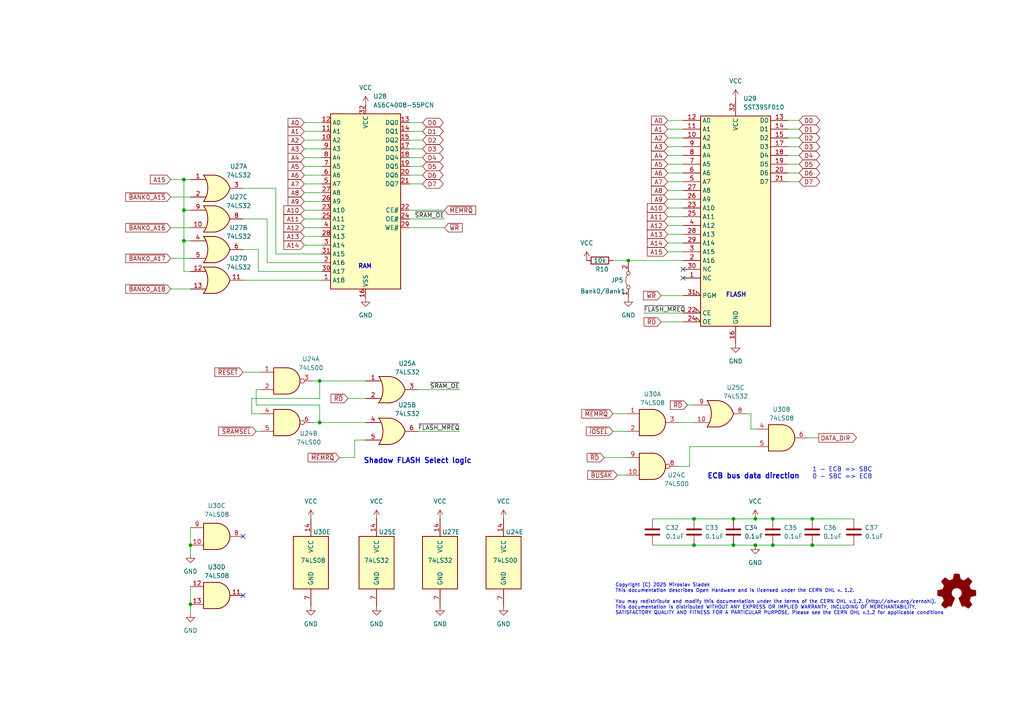
<source format=kicad_sch>
(kicad_sch (version 20230121) (generator eeschema)
  (paper "A4")
  (title_block (title "ECB 8080 SBC") (date "2025-03-17") (rev "A"))
  (lib_symbols
    (symbol "74xx:74LS00" (pin_names (offset 1.016))
      (property "Reference" "U" (at 0 1.27 0))
      (property "Value" "74LS00" (at 0 -1.27 0))
      (symbol "74LS00_1_1"
        (pin input line (at -7.62 2.54 0) (length 3.81) (name "~") (number "1"))
        (pin input line (at -7.62 -2.54 0) (length 3.81) (name "~") (number "2"))
        (pin output inverted (at 7.62 0 180) (length 3.81) (name "~") (number "3"))
      )
      (symbol "74LS00_1_2"
        (pin input inverted (at -7.62 2.54 0) (length 4.318) (name "~") (number "1"))
        (pin input inverted (at -7.62 -2.54 0) (length 4.318) (name "~") (number "2"))
        (pin output line (at 7.62 0 180) (length 3.81) (name "~") (number "3"))
      )
      (symbol "74LS00_2_1"
        (pin input line (at -7.62 2.54 0) (length 3.81) (name "~") (number "4"))
        (pin input line (at -7.62 -2.54 0) (length 3.81) (name "~") (number "5"))
        (pin output inverted (at 7.62 0 180) (length 3.81) (name "~") (number "6"))
      )
      (symbol "74LS00_2_2"
        (pin input inverted (at -7.62 2.54 0) (length 4.318) (name "~") (number "4"))
        (pin input inverted (at -7.62 -2.54 0) (length 4.318) (name "~") (number "5"))
        (pin output line (at 7.62 0 180) (length 3.81) (name "~") (number "6"))
      )
      (symbol "74LS00_3_1"
        (pin input line (at -7.62 -2.54 0) (length 3.81) (name "~") (number "10"))
        (pin output inverted (at 7.62 0 180) (length 3.81) (name "~") (number "8"))
        (pin input line (at -7.62 2.54 0) (length 3.81) (name "~") (number "9"))
      )
      (symbol "74LS00_3_2"
        (pin input inverted (at -7.62 -2.54 0) (length 4.318) (name "~") (number "10"))
        (pin output line (at 7.62 0 180) (length 3.81) (name "~") (number "8"))
        (pin input inverted (at -7.62 2.54 0) (length 4.318) (name "~") (number "9"))
      )
      (symbol "74LS00_4_1"
        (pin output inverted (at 7.62 0 180) (length 3.81) (name "~") (number "11"))
        (pin input line (at -7.62 2.54 0) (length 3.81) (name "~") (number "12"))
        (pin input line (at -7.62 -2.54 0) (length 3.81) (name "~") (number "13"))
      )
      (symbol "74LS00_4_2"
        (pin output line (at 7.62 0 180) (length 3.81) (name "~") (number "11"))
        (pin input inverted (at -7.62 2.54 0) (length 4.318) (name "~") (number "12"))
        (pin input inverted (at -7.62 -2.54 0) (length 4.318) (name "~") (number "13"))
      )
      (symbol "74LS00_5_0"
        (pin power_in line (at 0 12.7 270) (length 5.08) (name "VCC") (number "14"))
        (pin power_in line (at 0 -12.7 90) (length 5.08) (name "GND") (number "7"))
      )
    )
    (symbol "74xx:74LS08" (pin_names (offset 1.016))
      (property "Reference" "U" (at 0 1.27 0))
      (property "Value" "74LS08" (at 0 -1.27 0))
      (symbol "74LS08_1_1"
        (pin input line (at -7.62 2.54 0) (length 3.81) (name "~") (number "1"))
        (pin input line (at -7.62 -2.54 0) (length 3.81) (name "~") (number "2"))
        (pin output line (at 7.62 0 180) (length 3.81) (name "~") (number "3"))
      )
      (symbol "74LS08_1_2"
        (pin input inverted (at -7.62 2.54 0) (length 4.318) (name "~") (number "1"))
        (pin input inverted (at -7.62 -2.54 0) (length 4.318) (name "~") (number "2"))
        (pin output inverted (at 7.62 0 180) (length 3.81) (name "~") (number "3"))
      )
      (symbol "74LS08_2_1"
        (pin input line (at -7.62 2.54 0) (length 3.81) (name "~") (number "4"))
        (pin input line (at -7.62 -2.54 0) (length 3.81) (name "~") (number "5"))
        (pin output line (at 7.62 0 180) (length 3.81) (name "~") (number "6"))
      )
      (symbol "74LS08_2_2"
        (pin input inverted (at -7.62 2.54 0) (length 4.318) (name "~") (number "4"))
        (pin input inverted (at -7.62 -2.54 0) (length 4.318) (name "~") (number "5"))
        (pin output inverted (at 7.62 0 180) (length 3.81) (name "~") (number "6"))
      )
      (symbol "74LS08_3_1"
        (pin input line (at -7.62 -2.54 0) (length 3.81) (name "~") (number "10"))
        (pin output line (at 7.62 0 180) (length 3.81) (name "~") (number "8"))
        (pin input line (at -7.62 2.54 0) (length 3.81) (name "~") (number "9"))
      )
      (symbol "74LS08_3_2"
        (pin input inverted (at -7.62 -2.54 0) (length 4.318) (name "~") (number "10"))
        (pin output inverted (at 7.62 0 180) (length 3.81) (name "~") (number "8"))
        (pin input inverted (at -7.62 2.54 0) (length 4.318) (name "~") (number "9"))
      )
      (symbol "74LS08_4_1"
        (pin output line (at 7.62 0 180) (length 3.81) (name "~") (number "11"))
        (pin input line (at -7.62 2.54 0) (length 3.81) (name "~") (number "12"))
        (pin input line (at -7.62 -2.54 0) (length 3.81) (name "~") (number "13"))
      )
      (symbol "74LS08_4_2"
        (pin output inverted (at 7.62 0 180) (length 3.81) (name "~") (number "11"))
        (pin input inverted (at -7.62 2.54 0) (length 4.318) (name "~") (number "12"))
        (pin input inverted (at -7.62 -2.54 0) (length 4.318) (name "~") (number "13"))
      )
      (symbol "74LS08_5_0"
        (pin power_in line (at 0 12.7 270) (length 5.08) (name "VCC") (number "14"))
        (pin power_in line (at 0 -12.7 90) (length 5.08) (name "GND") (number "7"))
      )
    )
    (symbol "74xx:74LS32" (pin_names (offset 1.016))
      (property "Reference" "U" (at 0 1.27 0))
      (property "Value" "74LS32" (at 0 -1.27 0))
      (symbol "74LS32_1_1"
        (pin input line (at -7.62 2.54 0) (length 4.318) (name "~") (number "1"))
        (pin input line (at -7.62 -2.54 0) (length 4.318) (name "~") (number "2"))
        (pin output line (at 7.62 0 180) (length 3.81) (name "~") (number "3"))
      )
      (symbol "74LS32_1_2"
        (pin input inverted (at -7.62 2.54 0) (length 3.81) (name "~") (number "1"))
        (pin input inverted (at -7.62 -2.54 0) (length 3.81) (name "~") (number "2"))
        (pin output inverted (at 7.62 0 180) (length 3.81) (name "~") (number "3"))
      )
      (symbol "74LS32_2_1"
        (pin input line (at -7.62 2.54 0) (length 4.318) (name "~") (number "4"))
        (pin input line (at -7.62 -2.54 0) (length 4.318) (name "~") (number "5"))
        (pin output line (at 7.62 0 180) (length 3.81) (name "~") (number "6"))
      )
      (symbol "74LS32_2_2"
        (pin input inverted (at -7.62 2.54 0) (length 3.81) (name "~") (number "4"))
        (pin input inverted (at -7.62 -2.54 0) (length 3.81) (name "~") (number "5"))
        (pin output inverted (at 7.62 0 180) (length 3.81) (name "~") (number "6"))
      )
      (symbol "74LS32_3_1"
        (pin input line (at -7.62 -2.54 0) (length 4.318) (name "~") (number "10"))
        (pin output line (at 7.62 0 180) (length 3.81) (name "~") (number "8"))
        (pin input line (at -7.62 2.54 0) (length 4.318) (name "~") (number "9"))
      )
      (symbol "74LS32_3_2"
        (pin input inverted (at -7.62 -2.54 0) (length 3.81) (name "~") (number "10"))
        (pin output inverted (at 7.62 0 180) (length 3.81) (name "~") (number "8"))
        (pin input inverted (at -7.62 2.54 0) (length 3.81) (name "~") (number "9"))
      )
      (symbol "74LS32_4_1"
        (pin output line (at 7.62 0 180) (length 3.81) (name "~") (number "11"))
        (pin input line (at -7.62 2.54 0) (length 4.318) (name "~") (number "12"))
        (pin input line (at -7.62 -2.54 0) (length 4.318) (name "~") (number "13"))
      )
      (symbol "74LS32_4_2"
        (pin output inverted (at 7.62 0 180) (length 3.81) (name "~") (number "11"))
        (pin input inverted (at -7.62 2.54 0) (length 3.81) (name "~") (number "12"))
        (pin input inverted (at -7.62 -2.54 0) (length 3.81) (name "~") (number "13"))
      )
      (symbol "74LS32_5_0"
        (pin power_in line (at 0 12.7 270) (length 5.08) (name "VCC") (number "14"))
        (pin power_in line (at 0 -12.7 90) (length 5.08) (name "GND") (number "7"))
      )
    )
    (symbol "Device:C" (pin_numbers hide) (pin_names (offset 0.254))
      (property "Reference" "C" (at 0.635 2.54 0))
      (property "Value" "C" (at 0.635 -2.54 0))
      (symbol "C_1_1"
        (pin passive line (at 0 3.81 270) (length 2.794) (name "~") (number "1"))
        (pin passive line (at 0 -3.81 90) (length 2.794) (name "~") (number "2"))
      )
    )
    (symbol "Device:R" (pin_numbers hide) (pin_names (offset 0))
      (property "Reference" "R" (at 2.032 0 90))
      (property "Value" "R" (at 0 0 90))
      (symbol "R_1_1"
        (pin passive line (at 0 3.81 270) (length 1.27) (name "~") (number "1"))
        (pin passive line (at 0 -3.81 90) (length 1.27) (name "~") (number "2"))
      )
    )
    (symbol "Graphic:Logo_Open_Hardware_Small" (in_bom no) (on_board no))
    (symbol "Jumper:Jumper_2_Bridged" (pin_names (offset 0) hide)
      (property "Reference" "JP" (at 0 1.905 0))
      (property "Value" "Jumper_2_Bridged" (at 0 -2.54 0))
      (symbol "Jumper_2_Bridged_1_1"
        (pin passive line (at -5.08 0 0) (length 2.54) (name "A") (number "1"))
        (pin passive line (at 5.08 0 180) (length 2.54) (name "B") (number "2"))
      )
    )
    (symbol "Memory_Flash:SST39SF010"
      (property "Reference" "U" (at 2.54 33.02 0))
      (property "Value" "SST39SF010" (at 0 -30.48 0))
      (symbol "SST39SF010_0_0"
        (pin power_in line (at 0 -34.29 90) (length 5.08) (name "GND") (number "16"))
        (pin power_in line (at 0 36.83 270) (length 5.08) (name "VCC") (number "32"))
      )
      (symbol "SST39SF010_1_1"
        (pin input line (at -15.24 -15.24 0) (length 5.08) (name "NC") (number "1"))
        (pin input line (at -15.24 25.4 0) (length 5.08) (name "A2") (number "10"))
        (pin input line (at -15.24 27.94 0) (length 5.08) (name "A1") (number "11"))
        (pin input line (at -15.24 30.48 0) (length 5.08) (name "A0") (number "12"))
        (pin tri_state line (at 15.24 30.48 180) (length 5.08) (name "D0") (number "13"))
        (pin tri_state line (at 15.24 27.94 180) (length 5.08) (name "D1") (number "14"))
        (pin tri_state line (at 15.24 25.4 180) (length 5.08) (name "D2") (number "15"))
        (pin tri_state line (at 15.24 22.86 180) (length 5.08) (name "D3") (number "17"))
        (pin tri_state line (at 15.24 20.32 180) (length 5.08) (name "D4") (number "18"))
        (pin tri_state line (at 15.24 17.78 180) (length 5.08) (name "D5") (number "19"))
        (pin input line (at -15.24 -10.16 0) (length 5.08) (name "A16") (number "2"))
        (pin tri_state line (at 15.24 15.24 180) (length 5.08) (name "D6") (number "20"))
        (pin tri_state line (at 15.24 12.7 180) (length 5.08) (name "D7") (number "21"))
        (pin input input_low (at -15.24 -25.4 0) (length 5.08) (name "CE") (number "22"))
        (pin input line (at -15.24 5.08 0) (length 5.08) (name "A10") (number "23"))
        (pin input input_low (at -15.24 -27.94 0) (length 5.08) (name "OE") (number "24"))
        (pin input line (at -15.24 2.54 0) (length 5.08) (name "A11") (number "25"))
        (pin input line (at -15.24 7.62 0) (length 5.08) (name "A9") (number "26"))
        (pin input line (at -15.24 10.16 0) (length 5.08) (name "A8") (number "27"))
        (pin input line (at -15.24 -2.54 0) (length 5.08) (name "A13") (number "28"))
        (pin input line (at -15.24 -5.08 0) (length 5.08) (name "A14") (number "29"))
        (pin input line (at -15.24 -7.62 0) (length 5.08) (name "A15") (number "3"))
        (pin input line (at -15.24 -12.7 0) (length 5.08) (name "NC") (number "30"))
        (pin input input_low (at -15.24 -20.32 0) (length 5.08) (name "PGM") (number "31"))
        (pin input line (at -15.24 0 0) (length 5.08) (name "A12") (number "4"))
        (pin input line (at -15.24 12.7 0) (length 5.08) (name "A7") (number "5"))
        (pin input line (at -15.24 15.24 0) (length 5.08) (name "A6") (number "6"))
        (pin input line (at -15.24 17.78 0) (length 5.08) (name "A5") (number "7"))
        (pin input line (at -15.24 20.32 0) (length 5.08) (name "A4") (number "8"))
        (pin input line (at -15.24 22.86 0) (length 5.08) (name "A3") (number "9"))
      )
    )
    (symbol "Memory_RAM:AS6C4008-55PCN"
      (property "Reference" "U" (at -10.16 26.035 0))
      (property "Value" "AS6C4008-55PCN" (at 2.54 26.035 0))
      (symbol "AS6C4008-55PCN_0_0"
        (pin power_in line (at 0 -27.94 90) (length 2.54) (name "VSS") (number "16"))
        (pin power_in line (at 0 27.94 270) (length 2.54) (name "VCC") (number "32"))
      )
      (symbol "AS6C4008-55PCN_1_1"
        (pin input line (at -12.7 -22.86 0) (length 2.54) (name "A18") (number "1"))
        (pin input line (at -12.7 17.78 0) (length 2.54) (name "A2") (number "10"))
        (pin input line (at -12.7 20.32 0) (length 2.54) (name "A1") (number "11"))
        (pin input line (at -12.7 22.86 0) (length 2.54) (name "A0") (number "12"))
        (pin tri_state line (at 12.7 22.86 180) (length 2.54) (name "DQ0") (number "13"))
        (pin tri_state line (at 12.7 20.32 180) (length 2.54) (name "DQ1") (number "14"))
        (pin tri_state line (at 12.7 17.78 180) (length 2.54) (name "DQ2") (number "15"))
        (pin tri_state line (at 12.7 15.24 180) (length 2.54) (name "DQ3") (number "17"))
        (pin tri_state line (at 12.7 12.7 180) (length 2.54) (name "DQ4") (number "18"))
        (pin tri_state line (at 12.7 10.16 180) (length 2.54) (name "DQ5") (number "19"))
        (pin input line (at -12.7 -17.78 0) (length 2.54) (name "A16") (number "2"))
        (pin tri_state line (at 12.7 7.62 180) (length 2.54) (name "DQ6") (number "20"))
        (pin tri_state line (at 12.7 5.08 180) (length 2.54) (name "DQ7") (number "21"))
        (pin input line (at 12.7 -2.54 180) (length 2.54) (name "CE#") (number "22"))
        (pin input line (at -12.7 -2.54 0) (length 2.54) (name "A10") (number "23"))
        (pin input line (at 12.7 -5.08 180) (length 2.54) (name "OE#") (number "24"))
        (pin input line (at -12.7 -5.08 0) (length 2.54) (name "A11") (number "25"))
        (pin input line (at -12.7 0 0) (length 2.54) (name "A9") (number "26"))
        (pin input line (at -12.7 2.54 0) (length 2.54) (name "A8") (number "27"))
        (pin input line (at -12.7 -10.16 0) (length 2.54) (name "A13") (number "28"))
        (pin input line (at 12.7 -7.62 180) (length 2.54) (name "WE#") (number "29"))
        (pin input line (at -12.7 -12.7 0) (length 2.54) (name "A14") (number "3"))
        (pin input line (at -12.7 -20.32 0) (length 2.54) (name "A17") (number "30"))
        (pin input line (at -12.7 -15.24 0) (length 2.54) (name "A15") (number "31"))
        (pin input line (at -12.7 -7.62 0) (length 2.54) (name "A12") (number "4"))
        (pin input line (at -12.7 5.08 0) (length 2.54) (name "A7") (number "5"))
        (pin input line (at -12.7 7.62 0) (length 2.54) (name "A6") (number "6"))
        (pin input line (at -12.7 10.16 0) (length 2.54) (name "A5") (number "7"))
        (pin input line (at -12.7 12.7 0) (length 2.54) (name "A4") (number "8"))
        (pin input line (at -12.7 15.24 0) (length 2.54) (name "A3") (number "9"))
      )
    )
    (symbol "power:GND" (power) (pin_names (offset 0))
      (property "Value" "GND" (at 0 -3.81 0))
      (symbol "GND_1_1"
        (pin power_in line (at 0 0 270) (length 0) hide (name "GND") (number "1"))
      )
    )
    (symbol "power:VCC" (power) (pin_names (offset 0))
      (property "Value" "VCC" (at 0 3.81 0))
      (symbol "VCC_1_1"
        (pin power_in line (at 0 0 90) (length 0) hide (name "VCC") (number "1"))
      )
    )
  )
  (junction (at 235.585 158.115))
  (junction (at 201.295 158.115))
  (junction (at 53.34 52.07))
  (junction (at 92.71 110.49))
  (junction (at 92.71 122.555))
  (junction (at 224.155 158.115))
  (junction (at 219.075 150.495))
  (junction (at 212.725 158.115))
  (junction (at 55.245 175.26))
  (junction (at 235.585 150.495))
  (junction (at 182.245 75.565))
  (junction (at 53.34 69.85))
  (junction (at 55.245 158.115))
  (junction (at 53.34 60.96))
  (junction (at 219.075 158.115))
  (junction (at 201.295 150.495))
  (junction (at 212.725 150.495))
  (junction (at 224.155 150.495))
  (no_connect (at 198.12 78.105))
  (no_connect (at 198.12 80.645))
  (no_connect (at 70.485 172.72))
  (no_connect (at 70.485 155.575))
  (wire (pts (xy 228.6 34.925) (xy 231.775 34.925)))
  (wire (pts (xy 49.53 57.15) (xy 55.245 57.15)))
  (wire (pts (xy 88.265 60.96) (xy 93.345 60.96)))
  (wire (pts (xy 77.47 76.2) (xy 93.345 76.2)))
  (wire (pts (xy 193.675 50.165) (xy 198.12 50.165)))
  (wire (pts (xy 182.245 75.565) (xy 198.12 75.565)))
  (wire (pts (xy 193.675 52.705) (xy 198.12 52.705)))
  (wire (pts (xy 75.565 113.03) (xy 74.295 113.03)))
  (wire (pts (xy 88.265 63.5) (xy 93.345 63.5)))
  (wire (pts (xy 70.485 54.61) (xy 80.01 54.61)))
  (wire (pts (xy 90.805 110.49) (xy 92.71 110.49)))
  (wire (pts (xy 193.675 34.925) (xy 198.12 34.925)))
  (wire (pts (xy 118.745 50.8) (xy 122.555 50.8)))
  (wire (pts (xy 200.025 135.255) (xy 200.025 129.54)))
  (wire (pts (xy 193.675 55.245) (xy 198.12 55.245)))
  (wire (pts (xy 201.295 150.495) (xy 212.725 150.495)))
  (wire (pts (xy 228.6 50.165) (xy 231.775 50.165)))
  (wire (pts (xy 217.805 124.46) (xy 219.075 124.46)))
  (wire (pts (xy 219.075 150.495) (xy 224.155 150.495)))
  (wire (pts (xy 175.26 132.715) (xy 181.61 132.715)))
  (wire (pts (xy 228.6 52.705) (xy 231.775 52.705)))
  (wire (pts (xy 53.34 60.96) (xy 53.34 69.85)))
  (wire (pts (xy 118.745 40.64) (xy 122.555 40.64)))
  (wire (pts (xy 193.675 62.865) (xy 198.12 62.865)))
  (wire (pts (xy 88.265 53.34) (xy 93.345 53.34)))
  (wire (pts (xy 80.01 54.61) (xy 80.01 73.66)))
  (wire (pts (xy 102.87 132.715) (xy 98.425 132.715)))
  (wire (pts (xy 92.71 115.57) (xy 73.025 115.57)))
  (wire (pts (xy 193.675 45.085) (xy 198.12 45.085)))
  (wire (pts (xy 199.39 117.475) (xy 201.295 117.475)))
  (wire (pts (xy 70.485 81.28) (xy 93.345 81.28)))
  (wire (pts (xy 193.675 67.945) (xy 198.12 67.945)))
  (wire (pts (xy 193.675 37.465) (xy 198.12 37.465)))
  (wire (pts (xy 121.285 125.095) (xy 133.35 125.095)))
  (wire (pts (xy 189.23 158.115) (xy 201.295 158.115)))
  (wire (pts (xy 219.075 158.115) (xy 224.155 158.115)))
  (wire (pts (xy 88.265 58.42) (xy 93.345 58.42)))
  (wire (pts (xy 193.675 47.625) (xy 198.12 47.625)))
  (wire (pts (xy 193.675 60.325) (xy 198.12 60.325)))
  (wire (pts (xy 228.6 42.545) (xy 231.775 42.545)))
  (wire (pts (xy 228.6 45.085) (xy 231.775 45.085)))
  (wire (pts (xy 118.745 66.04) (xy 128.905 66.04)))
  (wire (pts (xy 53.34 78.74) (xy 55.245 78.74)))
  (wire (pts (xy 92.71 110.49) (xy 92.71 115.57)))
  (wire (pts (xy 92.71 122.555) (xy 106.045 122.555)))
  (wire (pts (xy 92.71 117.475) (xy 92.71 122.555)))
  (wire (pts (xy 118.745 38.1) (xy 122.555 38.1)))
  (wire (pts (xy 70.485 72.39) (xy 74.93 72.39)))
  (wire (pts (xy 237.49 127) (xy 234.315 127)))
  (wire (pts (xy 55.245 170.18) (xy 55.245 175.26)))
  (wire (pts (xy 177.8 125.095) (xy 181.61 125.095)))
  (wire (pts (xy 70.485 107.95) (xy 75.565 107.95)))
  (wire (pts (xy 49.53 66.04) (xy 55.245 66.04)))
  (wire (pts (xy 74.295 113.03) (xy 74.295 117.475)))
  (wire (pts (xy 49.53 74.93) (xy 55.245 74.93)))
  (wire (pts (xy 49.53 52.07) (xy 53.34 52.07)))
  (wire (pts (xy 53.34 52.07) (xy 53.34 60.96)))
  (wire (pts (xy 53.34 69.85) (xy 53.34 78.74)))
  (wire (pts (xy 193.675 42.545) (xy 198.12 42.545)))
  (wire (pts (xy 118.745 60.96) (xy 128.905 60.96)))
  (wire (pts (xy 235.585 158.115) (xy 247.65 158.115)))
  (wire (pts (xy 74.295 117.475) (xy 92.71 117.475)))
  (wire (pts (xy 193.675 73.025) (xy 198.12 73.025)))
  (wire (pts (xy 193.675 40.005) (xy 198.12 40.005)))
  (wire (pts (xy 179.07 137.795) (xy 181.61 137.795)))
  (wire (pts (xy 80.01 73.66) (xy 93.345 73.66)))
  (wire (pts (xy 88.265 55.88) (xy 93.345 55.88)))
  (wire (pts (xy 70.485 63.5) (xy 77.47 63.5)))
  (wire (pts (xy 118.745 43.18) (xy 122.555 43.18)))
  (wire (pts (xy 189.23 150.495) (xy 201.295 150.495)))
  (wire (pts (xy 228.6 37.465) (xy 231.775 37.465)))
  (wire (pts (xy 217.805 120.015) (xy 217.805 124.46)))
  (wire (pts (xy 102.87 132.715) (xy 102.87 127.635)))
  (wire (pts (xy 200.025 129.54) (xy 219.075 129.54)))
  (wire (pts (xy 201.295 122.555) (xy 196.85 122.555)))
  (wire (pts (xy 118.745 53.34) (xy 122.555 53.34)))
  (wire (pts (xy 88.265 66.04) (xy 93.345 66.04)))
  (wire (pts (xy 177.8 75.565) (xy 182.245 75.565)))
  (wire (pts (xy 186.69 90.805) (xy 198.12 90.805)))
  (wire (pts (xy 53.34 60.96) (xy 55.245 60.96)))
  (wire (pts (xy 118.745 35.56) (xy 122.555 35.56)))
  (wire (pts (xy 182.245 75.565) (xy 182.245 76.2)))
  (wire (pts (xy 191.77 85.725) (xy 198.12 85.725)))
  (wire (pts (xy 88.265 40.64) (xy 93.345 40.64)))
  (wire (pts (xy 193.675 70.485) (xy 198.12 70.485)))
  (wire (pts (xy 191.77 93.345) (xy 198.12 93.345)))
  (wire (pts (xy 88.265 50.8) (xy 93.345 50.8)))
  (wire (pts (xy 74.93 78.74) (xy 93.345 78.74)))
  (wire (pts (xy 228.6 47.625) (xy 231.775 47.625)))
  (wire (pts (xy 77.47 63.5) (xy 77.47 76.2)))
  (wire (pts (xy 228.6 40.005) (xy 231.775 40.005)))
  (wire (pts (xy 201.295 158.115) (xy 212.725 158.115)))
  (wire (pts (xy 53.34 69.85) (xy 55.245 69.85)))
  (wire (pts (xy 193.675 57.785) (xy 198.12 57.785)))
  (wire (pts (xy 212.725 150.495) (xy 219.075 150.495)))
  (wire (pts (xy 55.245 153.035) (xy 55.245 158.115)))
  (wire (pts (xy 73.025 115.57) (xy 73.025 120.015)))
  (wire (pts (xy 118.745 48.26) (xy 122.555 48.26)))
  (wire (pts (xy 55.245 175.26) (xy 55.245 177.8)))
  (wire (pts (xy 49.53 83.82) (xy 55.245 83.82)))
  (wire (pts (xy 118.745 45.72) (xy 122.555 45.72)))
  (wire (pts (xy 88.265 45.72) (xy 93.345 45.72)))
  (wire (pts (xy 118.745 63.5) (xy 128.905 63.5)))
  (wire (pts (xy 102.87 127.635) (xy 106.045 127.635)))
  (wire (pts (xy 53.34 52.07) (xy 55.245 52.07)))
  (wire (pts (xy 73.025 120.015) (xy 75.565 120.015)))
  (wire (pts (xy 100.965 115.57) (xy 106.045 115.57)))
  (wire (pts (xy 88.265 35.56) (xy 93.345 35.56)))
  (wire (pts (xy 88.265 38.1) (xy 93.345 38.1)))
  (wire (pts (xy 235.585 150.495) (xy 247.65 150.495)))
  (wire (pts (xy 92.71 110.49) (xy 106.045 110.49)))
  (wire (pts (xy 92.71 122.555) (xy 90.805 122.555)))
  (wire (pts (xy 177.8 120.015) (xy 181.61 120.015)))
  (wire (pts (xy 55.245 158.115) (xy 55.245 160.655)))
  (wire (pts (xy 196.85 135.255) (xy 200.025 135.255)))
  (wire (pts (xy 216.535 120.015) (xy 217.805 120.015)))
  (wire (pts (xy 88.265 48.26) (xy 93.345 48.26)))
  (wire (pts (xy 74.93 72.39) (xy 74.93 78.74)))
  (wire (pts (xy 193.675 65.405) (xy 198.12 65.405)))
  (wire (pts (xy 88.265 71.12) (xy 93.345 71.12)))
  (wire (pts (xy 88.265 43.18) (xy 93.345 43.18)))
  (wire (pts (xy 212.725 158.115) (xy 219.075 158.115)))
  (wire (pts (xy 224.155 150.495) (xy 235.585 150.495)))
  (wire (pts (xy 74.295 125.095) (xy 75.565 125.095)))
  (wire (pts (xy 224.155 158.115) (xy 235.585 158.115)))
  (wire (pts (xy 88.265 68.58) (xy 93.345 68.58)))
  (wire (pts (xy 121.285 113.03) (xy 133.35 113.03)))
  (text "FLASH" (at 216.535 86.36 0) (effects (font (size 1.27 1.27) (thickness 0.254) bold) (justify right bottom)))
  (text "ECB bus data direction" (at 205.105 139.065 0) (effects (font (size 1.5 1.5) (thickness 0.3) bold) (justify left bottom)))
  (text "Shadow FLASH Select logic" (at 105.41 134.62 0) (effects (font (size 1.5 1.5) (thickness 0.3) bold) (justify left bottom)))
  (text "1 - ECB => SBC\n0 - SBC => ECB" (at 235.585 139.065 0) (effects (font (size 1.27 1.27)) (justify left bottom)))
  (text "RAM" (at 107.95 78.105 0) (effects (font (size 1.27 1.27) (thickness 0.254) bold) (justify right bottom)))
  (text "Copyright (C) 2025 Miroslav Sladek\nThis documentation describes Open Hardware and is licensed under the CERN OHL v. 1.2.\n\nYou may redistribute and modify this documentation under the terms of the CERN OHL v.1.2. (http://ohwr.org/cernohl).\nThis documentation is distributed WITHOUT ANY EXPRESS OR IMPLIED WARRANTY, INCLUDING OF MERCHANTABILITY,\nSATISFACTORY QUALITY AND FITNESS FOR A PARTICULAR PURPOSE. Please see the CERN OHL v.1.2 for applicable conditions" (at 178.435 178.435 0) (effects (font (size 1 1)) (justify left bottom)))
  (label "~{FLASH_MREQ}" (at 186.69 90.805 0))
  (label "~{SRAM_OE}" (at 128.905 63.5 180))
  (label "~{SRAM_OE}" (at 133.35 113.03 180))
  (label "~{FLASH_MREQ}" (at 133.35 125.095 180))
  (global_label "A9" (shape input) (at 88.265 58.42 180) (property "Intersheetrefs" "${INTERSHEET_REFS}" (effects hide)))
  (global_label "A9" (shape input) (at 193.675 57.785 180) (property "Intersheetrefs" "${INTERSHEET_REFS}" (effects hide)))
  (global_label "~{SRAMSEL}" (shape input) (at 74.295 125.095 180) (property "Intersheetrefs" "${INTERSHEET_REFS}" (effects hide)))
  (global_label "A14" (shape input) (at 193.675 70.485 180) (property "Intersheetrefs" "${INTERSHEET_REFS}" (effects hide)))
  (global_label "A2" (shape input) (at 193.675 40.005 180) (property "Intersheetrefs" "${INTERSHEET_REFS}" (effects hide)))
  (global_label "~{WR}" (shape input) (at 128.905 66.04 0) (property "Intersheetrefs" "${INTERSHEET_REFS}" (effects hide)))
  (global_label "~{BANK0_A18}" (shape input) (at 49.53 83.82 180) (property "Intersheetrefs" "${INTERSHEET_REFS}" (effects hide)))
  (global_label "A10" (shape input) (at 193.675 60.325 180) (property "Intersheetrefs" "${INTERSHEET_REFS}" (effects hide)))
  (global_label "A3" (shape input) (at 88.265 43.18 180) (property "Intersheetrefs" "${INTERSHEET_REFS}" (effects hide)))
  (global_label "A7" (shape input) (at 88.265 53.34 180) (property "Intersheetrefs" "${INTERSHEET_REFS}" (effects hide)))
  (global_label "~{RD}" (shape input) (at 199.39 117.475 180) (property "Intersheetrefs" "${INTERSHEET_REFS}" (effects hide)))
  (global_label "D1" (shape tri_state) (at 231.775 37.465 0) (property "Intersheetrefs" "${INTERSHEET_REFS}" (effects hide)))
  (global_label "A12" (shape input) (at 88.265 66.04 180) (property "Intersheetrefs" "${INTERSHEET_REFS}" (effects hide)))
  (global_label "~{MEMRQ}" (shape input) (at 128.905 60.96 0) (property "Intersheetrefs" "${INTERSHEET_REFS}" (effects hide)))
  (global_label "~{RD}" (shape input) (at 175.26 132.715 180) (property "Intersheetrefs" "${INTERSHEET_REFS}" (effects hide)))
  (global_label "~{BANK0_A16}" (shape input) (at 49.53 66.04 180) (property "Intersheetrefs" "${INTERSHEET_REFS}" (effects hide)))
  (global_label "~{IOSEL}" (shape input) (at 177.8 125.095 180) (property "Intersheetrefs" "${INTERSHEET_REFS}" (effects hide)))
  (global_label "A10" (shape input) (at 88.265 60.96 180) (property "Intersheetrefs" "${INTERSHEET_REFS}" (effects hide)))
  (global_label "~{WR}" (shape input) (at 191.77 85.725 180) (property "Intersheetrefs" "${INTERSHEET_REFS}" (effects hide)))
  (global_label "~{RESET}" (shape input) (at 70.485 107.95 180) (property "Intersheetrefs" "${INTERSHEET_REFS}" (effects hide)))
  (global_label "A5" (shape input) (at 88.265 48.26 180) (property "Intersheetrefs" "${INTERSHEET_REFS}" (effects hide)))
  (global_label "D2" (shape tri_state) (at 122.555 40.64 0) (property "Intersheetrefs" "${INTERSHEET_REFS}" (effects hide)))
  (global_label "A15" (shape input) (at 49.53 52.07 180) (property "Intersheetrefs" "${INTERSHEET_REFS}" (effects hide)))
  (global_label "A13" (shape input) (at 88.265 68.58 180) (property "Intersheetrefs" "${INTERSHEET_REFS}" (effects hide)))
  (global_label "~{MEMRQ}" (shape input) (at 98.425 132.715 180) (property "Intersheetrefs" "${INTERSHEET_REFS}" (effects hide)))
  (global_label "A12" (shape input) (at 193.675 65.405 180) (property "Intersheetrefs" "${INTERSHEET_REFS}" (effects hide)))
  (global_label "A15" (shape input) (at 193.675 73.025 180) (property "Intersheetrefs" "${INTERSHEET_REFS}" (effects hide)))
  (global_label "A4" (shape input) (at 88.265 45.72 180) (property "Intersheetrefs" "${INTERSHEET_REFS}" (effects hide)))
  (global_label "D6" (shape tri_state) (at 231.775 50.165 0) (property "Intersheetrefs" "${INTERSHEET_REFS}" (effects hide)))
  (global_label "D5" (shape tri_state) (at 231.775 47.625 0) (property "Intersheetrefs" "${INTERSHEET_REFS}" (effects hide)))
  (global_label "~{MEMRQ}" (shape input) (at 177.8 120.015 180) (property "Intersheetrefs" "${INTERSHEET_REFS}" (effects hide)))
  (global_label "D4" (shape tri_state) (at 122.555 45.72 0) (property "Intersheetrefs" "${INTERSHEET_REFS}" (effects hide)))
  (global_label "D6" (shape tri_state) (at 122.555 50.8 0) (property "Intersheetrefs" "${INTERSHEET_REFS}" (effects hide)))
  (global_label "D1" (shape tri_state) (at 122.555 38.1 0) (property "Intersheetrefs" "${INTERSHEET_REFS}" (effects hide)))
  (global_label "A6" (shape input) (at 88.265 50.8 180) (property "Intersheetrefs" "${INTERSHEET_REFS}" (effects hide)))
  (global_label "~{RD}" (shape input) (at 100.965 115.57 180) (property "Intersheetrefs" "${INTERSHEET_REFS}" (effects hide)))
  (global_label "D0" (shape tri_state) (at 122.555 35.56 0) (property "Intersheetrefs" "${INTERSHEET_REFS}" (effects hide)))
  (global_label "A11" (shape input) (at 88.265 63.5 180) (property "Intersheetrefs" "${INTERSHEET_REFS}" (effects hide)))
  (global_label "D7" (shape tri_state) (at 122.555 53.34 0) (property "Intersheetrefs" "${INTERSHEET_REFS}" (effects hide)))
  (global_label "A5" (shape input) (at 193.675 47.625 180) (property "Intersheetrefs" "${INTERSHEET_REFS}" (effects hide)))
  (global_label "A0" (shape input) (at 193.675 34.925 180) (property "Intersheetrefs" "${INTERSHEET_REFS}" (effects hide)))
  (global_label "A8" (shape input) (at 193.675 55.245 180) (property "Intersheetrefs" "${INTERSHEET_REFS}" (effects hide)))
  (global_label "A13" (shape input) (at 193.675 67.945 180) (property "Intersheetrefs" "${INTERSHEET_REFS}" (effects hide)))
  (global_label "D2" (shape tri_state) (at 231.775 40.005 0) (property "Intersheetrefs" "${INTERSHEET_REFS}" (effects hide)))
  (global_label "A14" (shape input) (at 88.265 71.12 180) (property "Intersheetrefs" "${INTERSHEET_REFS}" (effects hide)))
  (global_label "A2" (shape input) (at 88.265 40.64 180) (property "Intersheetrefs" "${INTERSHEET_REFS}" (effects hide)))
  (global_label "D7" (shape tri_state) (at 231.775 52.705 0) (property "Intersheetrefs" "${INTERSHEET_REFS}" (effects hide)))
  (global_label "~{BANK0_A15}" (shape input) (at 49.53 57.15 180) (property "Intersheetrefs" "${INTERSHEET_REFS}" (effects hide)))
  (global_label "A4" (shape input) (at 193.675 45.085 180) (property "Intersheetrefs" "${INTERSHEET_REFS}" (effects hide)))
  (global_label "A1" (shape input) (at 88.265 38.1 180) (property "Intersheetrefs" "${INTERSHEET_REFS}" (effects hide)))
  (global_label "D3" (shape tri_state) (at 231.775 42.545 0) (property "Intersheetrefs" "${INTERSHEET_REFS}" (effects hide)))
  (global_label "A0" (shape input) (at 88.265 35.56 180) (property "Intersheetrefs" "${INTERSHEET_REFS}" (effects hide)))
  (global_label "~{RD}" (shape input) (at 191.77 93.345 180) (property "Intersheetrefs" "${INTERSHEET_REFS}" (effects hide)))
  (global_label "D4" (shape tri_state) (at 231.775 45.085 0) (property "Intersheetrefs" "${INTERSHEET_REFS}" (effects hide)))
  (global_label "A11" (shape input) (at 193.675 62.865 180) (property "Intersheetrefs" "${INTERSHEET_REFS}" (effects hide)))
  (global_label "A1" (shape input) (at 193.675 37.465 180) (property "Intersheetrefs" "${INTERSHEET_REFS}" (effects hide)))
  (global_label "A7" (shape input) (at 193.675 52.705 180) (property "Intersheetrefs" "${INTERSHEET_REFS}" (effects hide)))
  (global_label "D5" (shape tri_state) (at 122.555 48.26 0) (property "Intersheetrefs" "${INTERSHEET_REFS}" (effects hide)))
  (global_label "A6" (shape input) (at 193.675 50.165 180) (property "Intersheetrefs" "${INTERSHEET_REFS}" (effects hide)))
  (global_label "D3" (shape tri_state) (at 122.555 43.18 0) (property "Intersheetrefs" "${INTERSHEET_REFS}" (effects hide)))
  (global_label "~{BUSAK}" (shape input) (at 179.07 137.795 180) (property "Intersheetrefs" "${INTERSHEET_REFS}" (effects hide)))
  (global_label "DATA_DIR" (shape output) (at 237.49 127 0) (property "Intersheetrefs" "${INTERSHEET_REFS}" (effects hide)))
  (global_label "D0" (shape tri_state) (at 231.775 34.925 0) (property "Intersheetrefs" "${INTERSHEET_REFS}" (effects hide)))
  (global_label "~{BANK0_A17}" (shape input) (at 49.53 74.93 180) (property "Intersheetrefs" "${INTERSHEET_REFS}" (effects hide)))
  (global_label "A3" (shape input) (at 193.675 42.545 180) (property "Intersheetrefs" "${INTERSHEET_REFS}" (effects hide)))
  (global_label "A8" (shape input) (at 88.265 55.88 180) (property "Intersheetrefs" "${INTERSHEET_REFS}" (effects hide)))
  (symbol (lib_id "74xx:74LS08") (at 62.865 155.575 0) (unit 3)
    (property "Reference" "U30" (at 62.8567 146.685 0))
    (property "Value" "74LS08" (at 62.8567 149.225 0))
    (property "Footprint" "Package_DIP:DIP-14_W7.62mm_Socket" (effects hide))
    (property "Datasheet" "http://www.ti.com/lit/gpn/sn74LS08" (effects hide))
  )
  (symbol (lib_id "74xx:74LS32") (at 113.665 125.095 0) (unit 2)
    (property "Reference" "U25" (at 118.11 117.475 0))
    (property "Value" "74LS32" (at 118.11 120.015 0))
    (property "Footprint" "Package_DIP:DIP-14_W7.62mm_Socket" (effects hide))
    (property "Datasheet" "http://www.ti.com/lit/gpn/sn74LS32" (effects hide))
  )
  (symbol (lib_id "power:VCC") (at 146.05 150.495 0) (unit 1)
    (property "Reference" "#PWR0107" (effects hide))
    (property "Value" "VCC" (at 146.05 145.415 0))
  )
  (symbol (lib_id "74xx:74LS08") (at 62.865 172.72 0) (unit 4)
    (property "Reference" "U30" (at 62.8567 164.465 0))
    (property "Value" "74LS08" (at 62.8567 167.005 0))
    (property "Footprint" "Package_DIP:DIP-14_W7.62mm_Socket" (effects hide))
    (property "Datasheet" "http://www.ti.com/lit/gpn/sn74LS08" (effects hide))
  )
  (symbol (lib_id "power:GND") (at 219.075 158.115 0) (unit 1)
    (property "Reference" "#PWR024" (effects hide))
    (property "Value" "GND" (at 219.075 163.195 0))
  )
  (symbol (lib_id "Device:C") (at 224.155 154.305 0) (unit 1)
    (property "Reference" "C35" (at 227.33 153.035 0) (effects (justify left)))
    (property "Value" "0.1uF" (at 227.33 155.575 0) (effects (justify left)))
    (property "Footprint" "Capacitor_THT:C_Disc_D4.3mm_W1.9mm_P5.00mm" (effects hide))
    (property "Mfr. No" "SR215E104MAR" (effects hide))
  )
  (symbol (lib_id "power:GND") (at 106.045 86.36 0) (unit 1)
    (property "Reference" "#PWR0103" (effects hide))
    (property "Value" "GND" (at 106.045 91.44 0))
  )
  (symbol (lib_id "power:GND") (at 55.245 160.655 0) (unit 1)
    (property "Reference" "#PWR076" (effects hide))
    (property "Value" "GND" (at 55.245 165.735 0))
  )
  (symbol (lib_id "74xx:74LS32") (at 62.865 63.5 0) (unit 3)
    (property "Reference" "U27" (at 69.215 57.15 0))
    (property "Value" "74LS32" (at 69.215 59.69 0))
    (property "Footprint" "Package_DIP:DIP-14_W7.62mm_Socket" (effects hide))
    (property "Datasheet" "http://www.ti.com/lit/gpn/sn74LS32" (effects hide))
  )
  (symbol (lib_id "power:GND") (at 127.635 175.895 0) (unit 1)
    (property "Reference" "#PWR0109" (effects hide))
    (property "Value" "GND" (at 127.635 180.975 0))
  )
  (symbol (lib_id "74xx:74LS32") (at 127.635 163.195 0) (unit 5)
    (property "Reference" "U27" (at 130.81 154.305 0))
    (property "Value" "74LS32" (at 127.635 162.56 0))
    (property "Footprint" "Package_DIP:DIP-14_W7.62mm_Socket" (effects hide))
    (property "Datasheet" "http://www.ti.com/lit/gpn/sn74LS32" (effects hide))
  )
  (symbol (lib_id "power:GND") (at 182.245 86.36 0) (unit 1)
    (property "Reference" "#PWR041" (effects hide))
    (property "Value" "GND" (at 182.245 91.44 0))
  )
  (symbol (lib_id "power:GND") (at 146.05 175.895 0) (unit 1)
    (property "Reference" "#PWR0110" (effects hide))
    (property "Value" "GND" (at 146.05 180.975 0))
  )
  (symbol (lib_id "Memory_Flash:SST39SF010") (at 213.36 65.405 0) (unit 1)
    (property "Reference" "U29" (at 215.5541 28.575 0) (effects (justify left)))
    (property "Value" "SST39SF010" (at 215.5541 31.115 0) (effects (justify left)))
    (property "Footprint" "Package_DIP:DIP-32_W15.24mm_Socket" (effects hide))
    (property "Datasheet" "http://ww1.microchip.com/downloads/en/DeviceDoc/25022B.pdf" (effects hide))
  )
  (symbol (lib_id "74xx:74LS00") (at 83.185 122.555 0) (unit 2)
    (property "Reference" "U24" (at 89.535 125.73 0))
    (property "Value" "74LS00" (at 89.535 128.27 0))
    (property "Footprint" "Package_DIP:DIP-14_W7.62mm_Socket" (effects hide))
    (property "Datasheet" "http://www.ti.com/lit/gpn/sn74ls00" (effects hide))
  )
  (symbol (lib_id "power:VCC") (at 106.045 30.48 0) (unit 1)
    (property "Reference" "#PWR099" (effects hide))
    (property "Value" "VCC" (at 106.045 25.4 0))
  )
  (symbol (lib_id "Device:C") (at 235.585 154.305 0) (unit 1)
    (property "Reference" "C36" (at 238.76 153.035 0) (effects (justify left)))
    (property "Value" "0.1uF" (at 238.76 155.575 0) (effects (justify left)))
    (property "Footprint" "Capacitor_THT:C_Disc_D4.3mm_W1.9mm_P5.00mm" (effects hide))
    (property "Mfr. No" "SR215E104MAR" (effects hide))
  )
  (symbol (lib_id "power:VCC") (at 213.36 28.575 0) (unit 1)
    (property "Reference" "#PWR0100" (effects hide))
    (property "Value" "VCC" (at 213.36 23.495 0))
  )
  (symbol (lib_id "power:GND") (at 90.17 175.895 0) (unit 1)
    (property "Reference" "#PWR072" (effects hide))
    (property "Value" "GND" (at 90.17 180.975 0))
  )
  (symbol (lib_id "74xx:74LS08") (at 189.23 122.555 0) (unit 1)
    (property "Reference" "U30" (at 189.2217 114.3 0))
    (property "Value" "74LS08" (at 189.2217 116.84 0))
    (property "Footprint" "Package_DIP:DIP-14_W7.62mm_Socket" (effects hide))
    (property "Datasheet" "http://www.ti.com/lit/gpn/sn74LS08" (effects hide))
  )
  (symbol (lib_id "power:VCC") (at 170.18 75.565 0) (unit 1)
    (property "Reference" "#PWR040" (effects hide))
    (property "Value" "VCC" (at 170.18 70.485 0))
  )
  (symbol (lib_id "74xx:74LS08") (at 90.17 163.195 0) (unit 5)
    (property "Reference" "U30" (at 93.345 154.305 0))
    (property "Value" "74LS08" (at 90.805 162.56 0))
    (property "Footprint" "Package_DIP:DIP-14_W7.62mm_Socket" (effects hide))
    (property "Datasheet" "http://www.ti.com/lit/gpn/sn74LS08" (effects hide))
  )
  (symbol (lib_id "74xx:74LS32") (at 113.665 113.03 0) (unit 1)
    (property "Reference" "U25" (at 118.11 105.41 0))
    (property "Value" "74LS32" (at 118.11 107.95 0))
    (property "Footprint" "Package_DIP:DIP-14_W7.62mm_Socket" (effects hide))
    (property "Datasheet" "http://www.ti.com/lit/gpn/sn74LS32" (effects hide))
  )
  (symbol (lib_id "74xx:74LS32") (at 62.865 81.28 0) (unit 4)
    (property "Reference" "U27" (at 69.215 74.93 0))
    (property "Value" "74LS32" (at 69.215 77.47 0))
    (property "Footprint" "Package_DIP:DIP-14_W7.62mm_Socket" (effects hide))
    (property "Datasheet" "http://www.ti.com/lit/gpn/sn74LS32" (effects hide))
  )
  (symbol (lib_id "power:GND") (at 213.36 99.695 0) (unit 1)
    (property "Reference" "#PWR0104" (effects hide))
    (property "Value" "GND" (at 213.36 104.775 0))
  )
  (symbol (lib_id "power:VCC") (at 109.22 150.495 0) (unit 1)
    (property "Reference" "#PWR0105" (effects hide))
    (property "Value" "VCC" (at 109.22 145.415 0))
  )
  (symbol (lib_id "Device:C") (at 247.65 154.305 0) (unit 1)
    (property "Reference" "C37" (at 250.825 153.035 0) (effects (justify left)))
    (property "Value" "0.1uF" (at 250.825 155.575 0) (effects (justify left)))
    (property "Footprint" "Capacitor_THT:C_Disc_D4.3mm_W1.9mm_P5.00mm" (effects hide))
    (property "Mfr. No" "SR215E104MAR" (effects hide))
  )
  (symbol (lib_id "Device:C") (at 189.23 154.305 0) (unit 1)
    (property "Reference" "C32" (at 193.04 153.035 0) (effects (justify left)))
    (property "Value" "0.1uF" (at 193.04 155.575 0) (effects (justify left)))
    (property "Footprint" "Capacitor_THT:C_Disc_D4.3mm_W1.9mm_P5.00mm" (effects hide))
    (property "Mfr. No" "SR215E104MAR" (effects hide))
  )
  (symbol (lib_id "Graphic:Logo_Open_Hardware_Small") (at 277.495 172.085 0) (unit 1) (in_bom no) (on_board no)
    (property "Reference" "#SYM5" (effects hide))
    (property "Value" "Logo_Open_Hardware_Small" (effects hide))
    (property "Sim.Enable" "0" (effects hide))
  )
  (symbol (lib_id "Device:C") (at 212.725 154.305 0) (unit 1)
    (property "Reference" "C34" (at 215.9 153.035 0) (effects (justify left)))
    (property "Value" "0.1uF" (at 215.9 155.575 0) (effects (justify left)))
    (property "Footprint" "Capacitor_THT:C_Disc_D4.3mm_W1.9mm_P5.00mm" (effects hide))
    (property "Mfr. No" "SR215E104MAR" (effects hide))
  )
  (symbol (lib_id "Device:C") (at 201.295 154.305 0) (unit 1)
    (property "Reference" "C33" (at 204.47 153.035 0) (effects (justify left)))
    (property "Value" "0.1uF" (at 204.47 155.575 0) (effects (justify left)))
    (property "Footprint" "Capacitor_THT:C_Disc_D4.3mm_W1.9mm_P5.00mm" (effects hide))
    (property "Mfr. No" "SR215E104MAR" (effects hide))
  )
  (symbol (lib_id "74xx:74LS08") (at 226.695 127 0) (unit 2)
    (property "Reference" "U30" (at 226.6867 118.745 0))
    (property "Value" "74LS08" (at 226.6867 121.285 0))
    (property "Footprint" "Package_DIP:DIP-14_W7.62mm_Socket" (effects hide))
    (property "Datasheet" "http://www.ti.com/lit/gpn/sn74LS08" (effects hide))
  )
  (symbol (lib_id "power:GND") (at 55.245 177.8 0) (unit 1)
    (property "Reference" "#PWR082" (effects hide))
    (property "Value" "GND" (at 55.245 182.88 0))
  )
  (symbol (lib_id "74xx:74LS00") (at 189.23 135.255 0) (unit 3)
    (property "Reference" "U24" (at 196.215 137.795 0))
    (property "Value" "74LS00" (at 196.215 140.335 0))
    (property "Footprint" "Package_DIP:DIP-14_W7.62mm_Socket" (effects hide))
    (property "Datasheet" "http://www.ti.com/lit/gpn/sn74ls00" (effects hide))
  )
  (symbol (lib_id "Device:R") (at 173.99 75.565 90) (unit 1)
    (property "Reference" "R10" (at 174.625 78.105 90))
    (property "Value" "10k" (at 173.99 75.565 90))
    (property "Footprint" "Resistor_THT:R_Axial_DIN0204_L3.6mm_D1.6mm_P7.62mm_Horizontal" (effects hide))
    (property "Nfr. No" "CF18JT10K0" (effects hide))
  )
  (symbol (lib_id "power:VCC") (at 127.635 150.495 0) (unit 1)
    (property "Reference" "#PWR0106" (effects hide))
    (property "Value" "VCC" (at 127.635 145.415 0))
  )
  (symbol (lib_id "74xx:74LS00") (at 83.185 110.49 0) (unit 1)
    (property "Reference" "U24" (at 90.17 104.14 0))
    (property "Value" "74LS00" (at 90.17 106.68 0))
    (property "Footprint" "Package_DIP:DIP-14_W7.62mm_Socket" (effects hide))
    (property "Datasheet" "http://www.ti.com/lit/gpn/sn74ls00" (effects hide))
  )
  (symbol (lib_id "74xx:74LS32") (at 62.865 54.61 0) (unit 1)
    (property "Reference" "U27" (at 69.215 48.26 0))
    (property "Value" "74LS32" (at 69.215 50.8 0))
    (property "Footprint" "Package_DIP:DIP-14_W7.62mm_Socket" (effects hide))
    (property "Datasheet" "http://www.ti.com/lit/gpn/sn74LS32" (effects hide))
  )
  (symbol (lib_id "power:VCC") (at 90.17 150.495 0) (unit 1)
    (property "Reference" "#PWR075" (effects hide))
    (property "Value" "VCC" (at 90.17 145.415 0))
  )
  (symbol (lib_id "Jumper:Jumper_2_Bridged") (at 182.245 81.28 90) (unit 1)
    (property "Reference" "JP5" (at 177.165 81.28 90) (effects (justify right)))
    (property "Value" "Bank0/Bank1" (at 168.275 84.455 90) (effects (justify right)))
    (property "Footprint" "Connector_PinHeader_2.54mm:PinHeader_1x02_P2.54mm_Vertical" (effects hide))
  )
  (symbol (lib_id "Memory_RAM:AS6C4008-55PCN") (at 106.045 58.42 0) (unit 1)
    (property "Reference" "U28" (at 108.2391 27.94 0) (effects (justify left)))
    (property "Value" "AS6C4008-55PCN" (at 108.2391 30.48 0) (effects (justify left)))
    (property "Footprint" "Package_DIP:DIP-32_W15.24mm_Socket" (effects hide))
    (property "Datasheet" "https://www.alliancememory.com/wp-content/uploads/pdf/AS6C4008.pdf" (effects hide))
  )
  (symbol (lib_id "power:GND") (at 109.22 175.895 0) (unit 1)
    (property "Reference" "#PWR0108" (effects hide))
    (property "Value" "GND" (at 109.22 180.975 0))
  )
  (symbol (lib_id "74xx:74LS32") (at 62.865 72.39 0) (unit 2)
    (property "Reference" "U27" (at 69.215 66.04 0))
    (property "Value" "74LS32" (at 69.215 68.58 0))
    (property "Footprint" "Package_DIP:DIP-14_W7.62mm_Socket" (effects hide))
    (property "Datasheet" "http://www.ti.com/lit/gpn/sn74LS32" (effects hide))
  )
  (symbol (lib_id "74xx:74LS32") (at 109.22 163.195 0) (unit 5)
    (property "Reference" "U25" (at 112.395 154.305 0))
    (property "Value" "74LS32" (at 109.22 162.56 0))
    (property "Footprint" "Package_DIP:DIP-14_W7.62mm_Socket" (effects hide))
    (property "Datasheet" "http://www.ti.com/lit/gpn/sn74LS32" (effects hide))
  )
  (symbol (lib_id "power:VCC") (at 219.075 150.495 0) (unit 1)
    (property "Reference" "#PWR034" (effects hide))
    (property "Value" "VCC" (at 219.075 145.415 0))
  )
  (symbol (lib_id "74xx:74LS32") (at 208.915 120.015 0) (unit 3)
    (property "Reference" "U25" (at 213.36 112.395 0))
    (property "Value" "74LS32" (at 213.36 114.935 0))
    (property "Footprint" "Package_DIP:DIP-14_W7.62mm_Socket" (effects hide))
    (property "Datasheet" "http://www.ti.com/lit/gpn/sn74LS32" (effects hide))
  )
  (symbol (lib_id "74xx:74LS00") (at 146.05 163.195 0) (unit 5)
    (property "Reference" "U24" (at 146.685 154.305 0) (effects (justify left)))
    (property "Value" "74LS00" (at 142.875 162.56 0) (effects (justify left)))
    (property "Footprint" "Package_DIP:DIP-14_W7.62mm_Socket" (effects hide))
    (property "Datasheet" "http://www.ti.com/lit/gpn/sn74ls00" (effects hide))
  )
)
</source>
